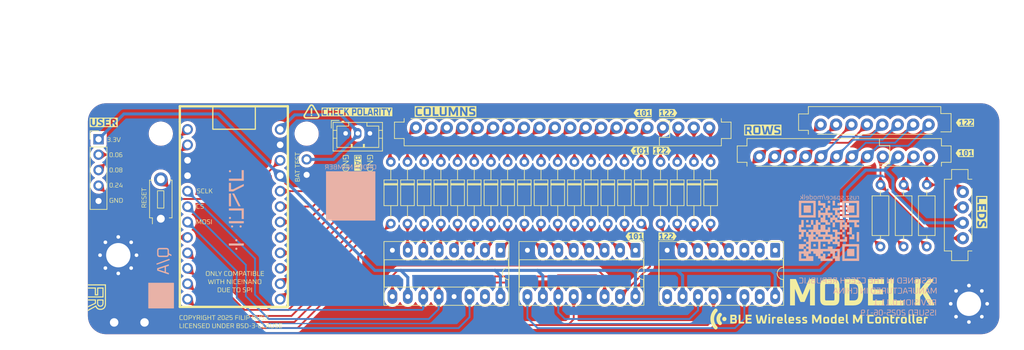
<source format=kicad_pcb>
(kicad_pcb (version 20241229) (generator "pcbnew") (generator_version "9.0")
  (title_block (title "Model K") (date "2025-06-19") (rev "0.11.1") (comment 1 "Grid: 0.5mm"))
  (layers (0 "F.Cu" signal) (2 "B.Cu" mixed) (13 "F.Paste" user) (15 "B.Paste" user) (5 "F.SilkS" user "F.Silkscreen") (7 "B.SilkS" user "B.Silkscreen") (1 "F.Mask" user) (3 "B.Mask" user) (25 "Edge.Cuts" user))
  (net 0 "")
  (net 1 "GND")
  (net 2 "/row4")
  (net 3 "/row2")
  (net 4 "/row0")
  (net 5 "/row7")
  (net 6 "/row1")
  (net 7 "/row6")
  (net 8 "/row5")
  (net 9 "/row3")
  (net 10 "led0")
  (net 11 "led1")
  (net 12 "led2")
  (net 13 "Net-(J4-Pin_12)")
  (net 14 "CS")
  (net 15 "SCLK")
  (net 16 "MOSI")
  (net 17 "Net-(U2-QH')")
  (net 18 "Net-(D17-K)")
  (net 19 "+BATT")
  (net 20 "Net-(D1-K)")
  (net 21 "Net-(D2-K)")
  (net 22 "Net-(D3-K)")
  (net 23 "Net-(D4-K)")
  (net 24 "Net-(D5-K)")
  (net 25 "Net-(D6-K)")
  (net 26 "Net-(D7-K)")
  (net 27 "Net-(D8-K)")
  (net 28 "Net-(D9-K)")
  (net 29 "Net-(D10-K)")
  (net 30 "Net-(D11-K)")
  (net 31 "Net-(D12-K)")
  (net 32 "Net-(D13-K)")
  (net 33 "Net-(D14-K)")
  (net 34 "Net-(D15-K)")
  (net 35 "Net-(D16-K)")
  (net 36 "user1")
  (net 37 "user2")
  (net 38 "user3")
  (net 39 "Net-(D18-K)")
  (net 40 "Net-(D19-K)")
  (net 41 "Net-(D20-K)")
  (net 42 "Net-(U3-QH')")
  (net 47 "Net-(U1-RST)")
  (net 48 "Net-(J4-Pin_9)")
  (net 49 "Net-(J4-Pin_11)")
  (net 50 "+3.3V")
  (net 52 "/col1")
  (net 53 "/col2")
  (net 54 "/col3")
  (net 55 "/col4")
  (net 56 "/col5")
  (net 57 "/col6")
  (net 58 "/col7")
  (net 59 "/col8")
  (net 60 "/col9")
  (net 61 "/col10")
  (net 62 "/col11")
  (net 63 "/col12")
  (net 64 "/col13")
  (net 65 "/col14")
  (net 66 "/col15")
  (net 67 "/col16")
  (net 68 "/col17")
  (net 69 "/col18")
  (net 70 "/col19")
  (net 72 "col0")
  (footprint "Library:fr" (layer "F.Cu") (at 64.445454 79.76138 -90)
    (property "Reference" "G***" (hide yes))
    (property "Value" "LOGO" (hide yes))
  )
  (footprint "Library:DO-35 smaller" (layer "F.Cu") (at 150.334583 56.642006 -90)
    (property "Reference" "D14")
    (property "Value" "D_Small")
  )
  (footprint "kibuzzard-684FF45F" (layer "F.Cu") (at 154.743004 68.890006)
    (property "Reference" "kibuzzard-684FF45F" (hide yes))
    (property "Value" "G***" (hide yes))
  )
  (footprint "Resistor_THT:R_Axial_DIN0207_L6.3mm_D2.5mm_P10.16mm_Horizontal" (layer "F.Cu") (at 202.830004 60.410006 -90)
    (property "Reference" "R3" (hide yes))
    (property "Value" "150")
  )
  (footprint "Library:DO-35 smaller" (layer "F.Cu") (at 139.345741 56.642006 -90)
    (property "Reference" "D10")
    (property "Value" "D_Small")
  )
  (footprint "kibuzzard-684FF45F" (layer "F.Cu") (at 156.070004 48.590006)
    (property "Reference" "kibuzzard-684FF45F" (hide yes))
    (property "Value" "G***" (hide yes))
  )
  (footprint "kibuzzard-684FF466" (layer "F.Cu") (at 160.270004 48.590006)
    (property "Reference" "kibuzzard-684FF466" (hide yes))
    (property "Value" "G***" (hide yes))
  )
  (footprint "kibuzzard-684FF45F" (layer "F.Cu") (at 155.570004 54.790006)
    (property "Reference" "kibuzzard-684FF45F" (hide yes))
    (property "Value" "G***" (hide yes))
  )
  (footprint "Library:BatteryHeader" (layer "F.Cu") (at 100.770004 58.765006 180)
    (property "Reference" "J8" (hide yes))
    (property "Value" "Dupont for power profiling")
  )
  (footprint "Library:ffc-leds4" (layer "F.Cu") (at 208.77 65.39 -90)
    (property "Reference" "J5")
    (property "Value" "Conn_01x04")
  )
  (footprint "Library:DO-35 smaller" (layer "F.Cu") (at 147.587372 56.642006 -90)
    (property "Reference" "D13")
    (property "Value" "D_Small")
  )
  (footprint "Library:DIP-16-74HC595" (layer "F.Cu") (at 177.885004 71.180006 -90)
    (property "Reference" "U4" (hide yes))
    (property "Value" "74HC595")
  )
  (footprint "Library:ffc-rows12" (layer "F.Cu") (at 189.240004 54.753006)
    (property "Reference" "J4" (hide yes))
    (property "Value" "Conn_01x12")
  )
  (footprint "Library:Hole 3.5mm" (layer "F.Cu") (at 76.77 51.99 90)
    (property "Reference" "H3" (hide yes))
    (property "Value" "Front" (hide yes))
  )
  (footprint "Library:DO-35 smaller" (layer "F.Cu") (at 133.85132 56.642006 -90)
    (property "Reference" "D8")
    (property "Value" "D_Small")
  )
  (footprint "Library:LOGO-wireless" (layer "F.Cu") (at 169.520004 82.490006)
    (property "Reference" "REF**" (hide yes))
    (property "Value" "LOGO-wireless" (hide yes))
  )
  (footprint "Library:DO-35 smaller" (layer "F.Cu") (at 155.829004 56.642006 -90)
    (property "Reference" "D16")
    (property "Value" "D_Small")
  )
  (footprint "Library:ffc-rows8" (layer "F.Cu") (at 194.290004 49.090006)
    (property "Reference" "J6" (hide yes))
    (property "Value" "Conn_01x08")
  )
  (footprint "MountingHole:MountingHole_4mm_Pad_Via" (layer "F.Cu") (at 209.77 79.99)
    (property "Reference" "H1" (hide yes))
    (property "Value" "Stand")
  )
  (footprint "Library:LOGO-warning" (layer "F.Cu") (at 101.570004 48.390006)
    (property "Reference" "REF**" (hide yes))
    (property "Value" "LOGO-warning" (hide yes))
  )
  (footprint "Resistor_THT:R_Axial_DIN0207_L6.3mm_D2.5mm_P10.16mm_Horizontal" (layer "F.Cu") (at 199.020004 60.410006 -90)
    (property "Reference" "R2" (hide yes))
    (property "Value" "150")
  )
  (footprint "Library:DO-35 smaller" (layer "F.Cu") (at 159.017372 56.642006 -90)
    (property "Reference" "D17")
    (property "Value" "D_Small")
  )
  (footprint "MountingHole:MountingHole_4mm_Pad_Via" (layer "F.Cu") (at 69.77 71.99)
    (property "Reference" "H2" (hide yes))
    (property "Value" "Stand")
  )
  (footprint "Library:DIP-16-74HC595" (layer "F.Cu") (at 132.660004 71.180006 -90)
    (property "Reference" "U2" (hide yes))
    (property "Value" "74HC595")
  )
  (footprint "kibuzzard-684FF45F" (layer "F.Cu") (at 209.070004 55.190006)
    (property "Reference" "kibuzzard-684FF45F" (hide yes))
    (property "Value" "G***" (hide yes))
  )
  (footprint "Library:DO-35 smaller" (layer "F.Cu") (at 136.59853 56.642006 -90)
    (property "Reference" "D9")
    (property "Value" "D_Small")
  )
  (footprint "Library:DO-35 smaller" (layer "F.Cu") (at 131.104109 56.642006 -90)
    (property "Reference" "D7")
    (property "Value" "D_Small")
  )
  (footprint "Library:DO-35 smaller" (layer "F.Cu") (at 117.368057 56.642006 -90)
    (property "Reference" "D2")
    (property "Value" "D_Small")
  )
  (footprint "Resistor_THT:R_Axial_DIN0207_L6.3mm_D2.5mm_P10.16mm_Horizontal" (layer "F.Cu") (at 195.210004 60.410006 -90)
    (property "Reference" "R1" (hide yes))
    (property "Value" "150")
  )
  (footprint "Connector_JST:JST_PH_B3B-PH-K_1x03_P2.00mm_Vertical" (layer "F.Cu") (at 107.188 51.943)
    (property "Reference" "J1" (hide yes))
    (property "Value" "JST-PH connector")
  )
  (footprint "Connector_PinHeader_2.54mm:PinHeader_1x05_P2.54mm_Vertical" (layer "F.Cu") (at 66.520004 52.910006)
    (property "Reference" "J3" (hide yes))
    (property "Value" "User exposed")
  )
  (footprint "Library:DO-35 smaller" (layer "F.Cu") (at 128.356899 56.642006 -90)
    (property "Reference" "D6")
    (property "Value" "D_Small")
  )
  (footprint "Library:DO-35 smaller" (layer "F.Cu") (at 144.840162 56.642006 -90)
    (property "Reference" "D12")
    (property "Value" "D_Small")
  )
  (footprint "Library:Hole 3.5mm" (layer "F.Cu") (at 100.77 51.99 90)
    (property "Reference" "H4" (hide yes))
    (property "Value" "Front" (hide yes))
  )
  (footprint "Button_Switch_THT:SW_PUSH_1P1T_6x3.5mm_H4.3_APEM_MJTP1243" (layer "F.Cu") (at 76.770004 65.990006 90)
    (property "Reference" "SW1" (hide yes))
    (property "Value" "SW_reset")
  )
  (footprint "Library:DO-35 smaller" (layer "F.Cu") (at 125.609688 56.642006 -90)
    (property "Reference" "D5")
    (property "Value" "D_Small")
  )
  (footprint "Library:DO-35 smaller" (layer "F.Cu") (at 122.862478 56.642006 -90)
    (property "Reference" "D4")
    (property "Value" "D_Small")
  )
  (footprint "Library:DO-35 smaller" (layer "F.Cu") (at 161.764583 56.642006 -90)
    (property "Reference" "D18")
    (property "Value" "D_Small")
  )
  (footprint "Library:DO-35 smaller" (layer "F.Cu") (at 114.620846 56.642006 -90)
    (property "Reference" "D1")
    (property "Value" "D_Small")
  )
  (footprint "Library:faston-mount" (layer "F.Cu") (at 71.588004 83.058006)
    (property "Reference" "J7")
    (property "Value" "Faston PCB mount")
  )
  (footprint "Library:DO-35 smaller" (layer "F.Cu") (at 164.511793 56.642006 -90)
    (property "Reference" "D19")
    (property "Value" "D_Small")
  )
  (footprint "Library:DO-35 smaller" (layer "F.Cu") (at 120.115267 56.642006 -90)
    (property "Reference" "D3")
    (property "Value" "D_Small")
  )
  (footprint "Library:nice_nano" (layer "F.Cu") (at 88.827191 64.76)
    (property "Reference" "U1" (hide yes))
    (property "Value" "nice_nano" (hide yes))
  )
  (footprint "Library:ffc-cols20" (layer "F.Cu") (at 137.82 50.99)
    (property "Reference" "J2")
    (property "Value" "Conn_01x20")
  )
  (footprint "kibuzzard-684FF5A3" (layer "F.Cu") (at 209.115148 50.190006)
    (property "Reference" "kibuzzard-684FF5A3" (hide yes))
    (property "Value" "G***" (hide yes))
  )
  (footprint "Library:DO-35 smaller" (layer "F.Cu") (at 142.092951 56.642006 -90)
    (property "Reference" "D11")
    (property "Value" "D_Small")
  )
  (footprint "Library:DO-35 smaller" (layer "F.Cu") (at 153.081793 56.642006 -90)
    (property "Reference" "D15")
    (property "Value" "D_Small")
  )
  (footprint "kibuzzard-684FF466" (layer "F.Cu") (at 160.170004 68.890006)
    (property "Reference" "kibuzzard-684FF466" (hide yes))
    (property "Value" "G***" (hide yes))
  )
  (footprint "kibuzzard-684FF466" (layer "F.Cu") (at 159.270004 54.790006)
    (property "Reference" "kibuzzard-684FF466" (hide yes))
    (property "Value" "G***" (hide yes))
  )
  (footprint "Library:DO-35 smaller" (layer "F.Cu") (at 167.259004 56.645923 -90)
    (property "Reference" "D20")
    (property "Value" "D_Small")
  )
  (footprint "Library:DIP-16-74HC595" (layer "F.Cu") (at 154.885004 71.180006 -90)
    (property "Reference" "U3" (hide yes))
    (property "Value" "74HC595")
  )
  (footprint "Library:LOGO-QR" (layer "B.Cu") (at 186.520004 67.990006 180)
    (property "Reference" "G***" (hide yes))
    (property "Value" "LOGO" (hide yes))
  )
  (gr_rect (start 104.020004 58.240006) (end 112.020004 66.240006) (stroke (width 0.12)) (fill yes) (layer "B.SilkS"))
  (gr_rect (start 74.770004 76.590006) (end 78.870004 80.690006) (stroke (width 0.12)) (fill yes) (layer "B.SilkS"))
  (gr_line (start 64.77 81.99) (end 64.77 49.99) (stroke (width 0.001)) (layer "Edge.Cuts"))
  (gr_line (start 211.77 84.99) (end 67.77 84.99) (stroke (width 0.001)) (layer "Edge.Cuts"))
  (gr_line (start 67.77 46.99) (end 211.77 46.99) (stroke (width 0.001)) (layer "Edge.Cuts"))
  (gr_arc (start 211.77 46.99) (mid 213.89132 47.86868) (end 214.77 49.99) (stroke (width 0.001)) (layer "Edge.Cuts"))
  (gr_line (start 214.77 49.99) (end 214.77 81.99) (stroke (width 0.001)) (layer "Edge.Cuts"))
  (gr_arc (start 67.77 84.99) (mid 65.64868 84.11132) (end 64.77 81.99) (stroke (width 0.001)) (layer "Edge.Cuts"))
  (gr_arc (start 214.77 81.99) (mid 213.89132 84.11132) (end 211.77 84.99) (stroke (width 0.001)) (layer "Edge.Cuts"))
  (gr_arc (start 64.77 49.99) (mid 65.64868 47.86868) (end 67.77 46.99) (stroke (width 0.001)) (layer "Edge.Cuts"))
  (gr_text "ROWS" (at 172.770004 51.490006 0) (layer "F.SilkS" knockout) (effects (font (size 1.5 1.5) (thickness 0.3) (bold yes)) (justify left)))
  (gr_text "COLUMNS" (at 118.57 48.447335 0) (layer "F.SilkS" knockout) (effects (font (size 1.5 1.5) (thickness 0.3) (bold yes)) (justify left)))
  (gr_text "GND" (at 68.270004 63.490006 0) (layer "F.SilkS") (effects (font (size 0.8 0.8)) (justify left bottom)))
  (gr_text "0.24" (at 68.270004 60.990006 0) (layer "F.SilkS") (effects (font (size 0.8 0.8)) (justify left bottom)))
  (gr_text "GND" (at 110.561121 55.386173 270) (layer "F.SilkS") (effects (font (size 1 1)) (justify left bottom)))
  (gr_text "CHECK POLARITY" (at 109.020004 48.490006 0) (layer "F.SilkS" knockout) (effects (font (size 1.2 1) (thickness 0.2) (bold yes))))
  (gr_text "USER" (at 65.088715 50.224033 0) (layer "F.SilkS" knockout) (effects (font (size 1.25 1.25) (thickness 0.3) (bold yes)) (justify left)))
  (gr_text "MOSI" (at 82.55 66.548 0) (layer "F.SilkS") (effects (font (size 0.8 0.8) (thickness 0.16)) (justify left)))
  (gr_text "RESET" (at 74.520004 64.240006 90) (layer "F.SilkS") (effects (font (size 0.8 0.8)) (justify left bottom)))
  (gr_text "SCLK" (at 82.677 61.468 0) (layer "F.SilkS") (effects (font (size 0.8 0.8) (thickness 0.16)) (justify left)))
  (gr_text "0.08" (at 68.270004 58.490006 0) (layer "F.SilkS") (effects (font (size 0.8 0.8)) (justify left bottom)))
  (gr_text "MODEL K" (at 179.870004 78.390006 0) (layer "F.SilkS") (effects (font (size 4.5 4) (thickness 0.4) (bold yes)) (justify left)))
  (gr_text "BAT" (at 108.538055 55.490006 270) (layer "F.SilkS" knockout) (effects (font (size 1 1)) (justify left bottom)))
  (gr_text "CS" (at 82.55 64.008 0) (layer "F.SilkS") (effects (font (size 0.8 0.8) (thickness 0.16)) (justify left)))
  (gr_text "COPYRIGHT 2025 FILIP RUSZ\nLICENSED UNDER BSD-3-CLAUSE" (at 79.770004 82.990006 0) (layer "F.SilkS") (effects (font (size 0.8 0.8)) (justify left)))
  (gr_text "BLE Wireless Model M Controller" (at 170.320004 82.615006 0) (layer "F.SilkS") (effects (font (size 1.5 1.5) (thickness 0.2) (bold yes)) (justify left)))
  (gr_text "ONLY COMPATIBLE\nWITH NICE!NANO\nDUE TO SPI" (at 88.9508 76.4032 0) (layer "F.SilkS") (effects (font (size 0.8 0.8) (thickness 0.1))))
  (gr_text "3.3V" (at 67.900004 53.490006 0) (layer "F.SilkS") (effects (font (size 0.8 0.8)) (justify left bottom)))
  (gr_text "0.06" (at 68.270004 55.990006 0) (layer "F.SilkS") (effects (font (size 0.8 0.8)) (justify left bottom)))
  (gr_text "LEDS" (at 211.770004 62.240006 270) (layer "F.SilkS" knockout) (effects (font (size 1.5 1.5) (thickness 0.3) (bold yes)) (justify left)))
  (gr_text "BAT TEST" (at 99.770004 57.490006 90) (layer "F.SilkS") (effects (font (size 0.8 0.8) (thickness 0.1)) (justify bottom)))
  (gr_text "GND" (at 106.555181 55.386173 270) (layer "F.SilkS") (effects (font (size 1 1)) (justify left bottom)))
  (gr_text "Model   K" (at 90.77 57.99 90) (layer "B.SilkS") (effects (font (size 2 2) (thickness 0.3) (bold yes)) (justify left bottom mirror)))
  (gr_text "rusz.space/modelk" (at 186.840554 62.490006 0) (layer "B.SilkS") (effects (font (size 0.8 0.8)) (justify mirror)))
  (gr_text "Q/A" (at 77.270004 72.890006 90) (layer "B.SilkS") (effects (font (size 2 2) (thickness 0.3)) (justify mirror)))
  (gr_text "REVISION ${REVISION}\nISSUED ${ISSUE_DATE}" (at 204.470004 82.090006 0) (layer "B.SilkS") (effects (font (size 1 1)) (justify left bottom mirror)))
  (gr_text "ORDER NUMBER" (at 108.020004 57.990006 0) (layer "B.SilkS") (effects (font (size 0.8 0.8) (thickness 0.1)) (justify bottom mirror)))
  (gr_text "DESIGNED IN THE CZECH REPUBLIC\nMANUFACTURED IN CHINA" (at 204.570004 78.490006 0) (layer "B.SilkS") (effects (font (size 1 1)) (justify left bottom mirror)))
  (segment (start 180.113004 61.070006) (end 185.430004 55.753006) (width 0.3) (layer "F.Cu") (net 2))
  (segment (start 109.190004 61.070006) (end 180.113004 61.070006) (width 0.3) (layer "F.Cu") (net 2))
  (segment (start 98.65001 71.61) (end 109.190004 61.070006) (width 0.3) (layer "F.Cu") (net 2))
  (segment (start 96.41 71.61) (end 98.65001 71.61) (width 0.3) (layer "F.Cu") (net 2))
  (segment (start 188.693004 52.490006) (end 193.530004 52.490006) (width 0.3) (layer "B.Cu") (net 2))
  (segment (start 193.530004 52.490006) (end 195.530004 50.490006) (width 0.3) (layer "B.Cu") (net 2))
  (segment (start 185.430004 55.753006) (end 188.693004 52.490006) (width 0.3) (layer "B.Cu") (net 2))
  (segment (start 180.350004 55.753006) (end 183.113004 52.990006) (width 0.3) (layer "F.Cu") (net 3))
  (segment (start 180.350004 55.891006) (end 180.350004 55.753006) (width 0.3) (layer "F.Cu") (net 3))
  (segment (start 107.630004 59.630006) (end 176.473004 59.630006) (width 0.3) (layer "F.Cu") (net 3))
  (segment (start 96.41 66.53) (end 100.73001 66.53) (width 0.3) (layer "F.Cu") (net 3))
  (segment (start 187.950004 52.990006) (end 190.450004 50.490006) (width 0.3) (layer "F.Cu") (net 3))
  (segment (start 100.73001 66.53) (end 107.630004 59.630006) (width 0.3) (layer "F.Cu") (net 3))
  (segment (start 176.473004 59.630006) (end 180.350004 55.753006) (width 0.3) (layer "F.Cu") (net 3))
  (segment (start 183.113004 52.990006) (end 187.950004 52.990006) (width 0.3) (layer "F.Cu") (net 3))
  (segment (start 102.81001 61.45) (end 106.070004 58.190006) (width 0.3) (layer "F.Cu") (net 4))
  (segment (start 175.270004 55.753006) (end 179.033004 51.990006) (width 0.3) (layer "F.Cu") (net 4))
  (segment (start 96.41 61.45) (end 102.81001 61.45) (width 0.3) (layer "F.Cu") (net 4))
  (segment (start 106.070004 58.190006) (end 172.833004 58.190006) (width 0.3) (layer "F.Cu") (net 4))
  (segment (start 179.033004 51.990006) (end 183.870004 51.990006) (width 0.3) (layer "F.Cu") (net 4))
  (segment (start 172.833004 58.190006) (end 175.270004 55.753006) (width 0.3) (layer "F.Cu") (net 4))
  (segment (start 183.870004 51.990006) (end 185.370004 50.490006) (width 0.3) (layer "F.Cu") (net 4))
  (segment (start 111.469999 63.230006) (end 185.573004 63.230006) (width 0.3) (layer "F.Cu") (net 5))
  (segment (start 96.41 79.23) (end 103.270004 72.369996) (width 0.3) (layer "F.Cu") (net 5))
  (segment (start 185.573004 63.230006) (end 192.750244 56.052766) (width 0.3) (layer "F.Cu") (net 5))
  (segment (start 103.270004 71.430001) (end 111.469999 63.230006) (width 0.3) (layer "F.Cu") (net 5))
  (segment (start 103.270004 72.369996) (end 103.270004 71.430001) (width 0.3) (layer "F.Cu") (net 5))
  (segment (start 203.150004 50.610006) (end 203.150004 50.490006) (width 0.3) (layer "B.Cu") (net 5))
  (segment (start 199.770004 53.990006) (end 203.150004 50.610006) (width 0.3) (layer "B.Cu") (net 5))
  (segment (start 193.050004 55.753006) (end 194.813004 53.990006) (width 0.3) (layer "B.Cu") (net 5))
  (segment (start 194.813004 53.990006) (end 199.770004 53.990006) (width 0.3) (layer "B.Cu") (net 5))
  (segment (start 181.073004 52.490006) (end 185.910004 52.490006) (width 0.3) (layer "F.Cu") (net 6))
  (segment (start 174.653004 58.910006) (end 177.810004 55.753006) (width 0.3) (layer "F.Cu") (net 6))
  (segment (start 106.850004 58.910006) (end 174.653004 58.910006) (width 0.3) (layer "F.Cu") (net 6))
  (segment (start 96.41 63.99) (end 101.77001 63.99) (width 0.3) (layer "F.Cu") (net 6))
  (segment (start 177.810004 55.753006) (end 181.073004 52.490006) (width 0.3) (layer "F.Cu") (net 6))
  (segment (start 101.77001 63.99) (end 106.850004 58.910006) (width 0.3) (layer "F.Cu") (net 6))
  (segment (start 185.910004 52.490006) (end 187.910004 50.490006) (width 0.3) (layer "F.Cu") (net 6))
  (segment (start 110.750004 62.510006) (end 183.753004 62.510006) (width 0.3) (layer "F.Cu") (net 7))
  (segment (start 96.57001 76.69) (end 110.750004 62.510006) (width 0.3) (layer "F.Cu") (net 7))
  (segment (start 96.41 76.69) (end 96.57001 76.69) (width 0.3) (layer "F.Cu") (net 7))
  (segment (start 183.753004 62.510006) (end 190.510004 55.753006) (width 0.3) (layer "F.Cu") (net 7))
  (segment (start 190.510004 55.753006) (end 192.773004 53.490006) (width 0.3) (layer "B.Cu") (net 7))
  (segment (start 192.773004 53.490006) (end 197.610004 53.490006) (width 0.3) (layer "B.Cu") (net 7))
  (segment (start 197.610004 53.490006) (end 200.610004 50.490006) (width 0.3) (layer "B.Cu") (net 7))
  (segment (start 109.970004 61.790006) (end 181.933004 61.790006) (width 0.3) (layer "F.Cu") (net 8))
  (segment (start 96.41 74.15) (end 97.61001 74.15) (width 0.3) (layer "F.Cu") (net 8))
  (segment (start 97.61001 74.15) (end 109.970004 61.790006) (width 0.3) (layer "F.Cu") (net 8))
  (segment (start 181.933004 61.790006) (end 187.970004 55.753006) (width 0.3) (layer "F.Cu") (net 8))
  (segment (start 195.570004 52.990006) (end 198.070004 50.490006) (width 0.3) (layer "B.Cu") (net 8))
  (segment (start 190.733004 52.990006) (end 195.570004 52.990006) (width 0.3) (layer "B.Cu") (net 8))
  (segment (start 187.970004 55.753006) (end 190.733004 52.990006) (width 0.3) (layer "B.Cu") (net 8))
  (segment (start 99.69001 69.07) (end 108.410004 60.350006) (width 0.3) (layer "F.Cu") (net 9))
  (segment (start 178.293004 60.350006) (end 182.890004 55.753006) (width 0.3) (layer "F.Cu") (net 9))
  (segment (start 185.152004 53.491006) (end 189.989004 53.491006) (width 0.3) (layer "F.Cu") (net 9))
  (segment (start 189.989004 53.491006) (end 192.990004 50.490006) (width 0.3) (layer "F.Cu") (net 9))
  (segment (start 182.890004 55.753006) (end 185.152004 53.491006) (width 0.3) (layer "F.Cu") (net 9))
  (segment (start 96.41 69.07) (end 99.69001 69.07) (width 0.3) (layer "F.Cu") (net 9))
  (segment (start 108.410004 60.350006) (end 178.293004 60.350006) (width 0.3) (layer "F.Cu") (net 9))
  (segment (start 190.030004 65.390006) (end 195.210004 70.570006) (width 0.3) (layer "F.Cu") (net 10))
  (segment (start 113.870004 65.390006) (end 190.030004 65.390006) (width 0.3) (layer "F.Cu") (net 10))
  (segment (start 87.470006 82.990006) (end 98.770004 82.990006) (width 0.3) (layer "F.Cu") (net 10))
  (segment (start 81.17 76.69) (end 87.470006 82.990006) (width 0.3) (layer "F.Cu") (net 10))
  (segment (start 107.770004 73.990006) (end 107.770004 71.490006) (width 0.3) (layer "F.Cu") (net 10))
  (segment (start 98.770004 82.990006) (end 107.770004 73.990006) (width 0.3) (layer "F.Cu") (net 10))
  (segment (start 107.770004 71.490006) (end 113.870004 65.390006) (width 0.3) (layer "F.Cu") (net 10))
  (segment (start 81.17 74.15) (end 89.010006 81.990006) (width 0.3) (layer "F.Cu") (net 11))
  (segment (start 89.010006 81.990006) (end 98.270004 81.990006) (width 0.3) (layer "F.Cu") (net 11))
  (segment (start 98.270004 81.990006) (end 106.270004 73.990006) (width 0.3) (layer "F.Cu") (net 11))
  (segment (start 193.120004 64.670006) (end 199.020004 70.570006) (width 0.3) (layer "F.Cu") (net 11))
  (segment (start 106.270004 73.990006) (end 106.270004 71.490006) (width 0.3) (layer "F.Cu") (net 11))
  (segment (start 106.270004 71.490006) (end 113.090004 64.670006) (width 0.3) (layer "F.Cu") (net 11))
  (segment (start 113.090004 64.670006) (end 193.120004 64.670006) (width 0.3) (layer "F.Cu") (net 11))
  (segment (start 97.770004 80.990006) (end 104.770004 73.990006) (width 0.3) (layer "F.Cu") (net 12))
  (segment (start 104.770004 73.990006) (end 104.770004 71.615006) (width 0.3) (layer "F.Cu") (net 12))
  (segment (start 196.210004 63.950006) (end 202.830004 70.570006) (width 0.3) (layer "F.Cu") (net 12))
  (segment (start 81.17 71.61) (end 90.550006 80.990006) (width 0.3) (layer "F.Cu") (net 12))
  (segment (start 90.550006 80.990006) (end 97.770004 80.990006) (width 0.3) (layer "F.Cu") (net 12))
  (segment (start 104.770004 71.615006) (end 112.435004 63.950006) (width 0.3) (layer "F.Cu") (net 12))
  (segment (start 112.435004 63.950006) (end 196.210004 63.950006) (width 0.3) (layer "F.Cu") (net 12))
  (segment (start 202.830004 60.410006) (end 207.600006 60.410006) (width 0.3) (layer "F.Cu") (net 13))
  (segment (start 208.373994 61.976006) (end 208.77 61.58) (width 0.3) (layer "F.Cu") (net 13))
  (segment (start 207.600006 60.410006) (end 208.77 61.58) (width 0.3) (layer "F.Cu") (net 13))
  (segment (start 202.830004 60.410006) (end 202.830004 56.133006) (width 0.3) (layer "F.Cu") (net 13))
  (segment (start 202.830004 56.133006) (end 203.210004 55.753006) (width 0.3) (layer "F.Cu") (net 13))
  (segment (start 135.770004 83.490006) (end 166.770004 83.490006) (width 0.3) (layer "F.Cu") (net 14))
  (segment (start 167.725004 82.535006) (end 167.725004 78.800006) (width 0.3) (layer "F.Cu") (net 14))
  (segment (start 134.770004 82.490006) (end 135.770004 83.490006) (width 0.3) (layer "F.Cu") (net 14))
  (segment (start 134.770004 77.490006) (end 134.770004 82.490006) (width 0.3) (layer "F.Cu") (net 14))
  (segment (start 133.770004 76.490006) (end 134.770004 77.490006) (width 0.3) (layer "F.Cu") (net 14))
  (segment (start 144.725004 82.535006) (end 144.725004 78.800006) (width 0.3) (layer "F.Cu") (net 14))
  (segment (start 122.500004 77.060006) (end 123.070004 76.490006) (width 0.3) (layer "F.Cu") (net 14))
  (segment (start 166.770004 83.490006) (end 167.725004 82.535006) (width 0.3) (layer "F.Cu") (net 14))
  (segment (start 123.070004 76.490006) (end 133.770004 76.490006) (width 0.3) (layer "F.Cu") (net 14))
  (segment (start 122.500004 78.800006) (end 122.500004 77.060006) (width 0.3) (layer "F.Cu") (net 14))
  (segment (start 143.770004 83.490006) (end 144.725004 82.535006) (width 0.3) (layer "F.Cu") (net 14))
  (segment (start 94.535504 82.490006) (end 90.770004 78.724506) (width 0.3) (layer "B.Cu") (net 14))
  (segment (start 122.500004 79.050006) (end 122.500004 80.865006) (width 0.3) (layer "B.Cu") (net 14))
  (segment (start 122.500004 80.865006) (end 120.875004 82.490006) (width 0.3) (layer "B.Cu") (net 14))
  (segment (start 90.770004 78.724506) (end 90.770004 73.590004) (width 0.3) (layer "B.Cu") (net 14))
  (segment (start 90.770004 73.590004) (end 81.17 63.99) (width 0.3) (layer "B.Cu") (net 14))
  (segment (start 120.875004 82.490006) (end 94.535504 82.490006) (width 0.3) (layer "B.Cu") (net 14))
  (segment (start 119.960004 76.300006) (end 120.770004 75.490006) (width 0.3) (layer "F.Cu") (net 15))
  (segment (start 142.185004 76.405006) (end 142.185004 78.197834) (width 0.3) (layer "F.Cu") (net 15))
  (segment (start 120.770004 75.490006) (end 141.270004 75.490006) (width 0.3) (layer "F.Cu") (net 15))
  (segment (start 119.960004 78.197834) (end 119.960004 76.300006) (width 0.3) (layer "F.Cu") (net 15))
  (segment (start 141.270004 75.490006) (end 142.185004 76.405006) (width 0.3) (layer "F.Cu") (net 15))
  (segment (start 142.185004 81.405006) (end 143.270004 82.490006) (width 0.3) (layer "B.Cu") (net 15))
  (segment (start 94.770004 80.990006) (end 119.770004 80.990006) (width 0.3) (layer "B.Cu") (net 15))
  (segment (start 142.185004 78.800006) (end 142.185004 81.405006) (width 0.3) (layer "B.Cu") (net 15))
  (segment (start 165.185004 81.075006) (end 165.185004 78.800006) (width 0.3) (layer "B.Cu") (net 15))
  (segment (start 143.270004 82.490006) (end 163.770004 82.490006) (width 0.3) (layer "B.Cu") (net 15))
  (segment (start 92.270004 78.490006) (end 94.770004 80.990006) (width 0.3) (layer "B.Cu") (net 15))
  (segment (start 81.17 61.45) (end 92.270004 72.550004) (width 0.3) (layer "B.Cu") (net 15))
  (segment (start 163.770004 82.490006) (end 165.185004 81.075006) (width 0.3) (layer "B.Cu") (net 15))
  (segment (start 119.960004 80.800006) (end 119.960004 78.867834) (width 0.3) (layer "B.Cu") (net 15))
  (segment (start 119.770004 80.990006) (end 119.960004 80.800006) (width 0.3) (layer "B.Cu") (net 15))
  (segment (start 92.270004 72.550004) (end 92.270004 78.490006) (width 0.3) (layer "B.Cu") (net 15))
  (segment (start 89.270004 78.990006) (end 94.270004 83.990006) (width 0.3) (layer "B.Cu") (net 16))
  (segment (start 89.270004 74.630004) (end 89.270004 78.990006) (width 0.3) (layer "B.Cu") (net 16))
  (segment (start 81.17 66.53) (end 89.270004 74.630004) (width 0.3) (layer "B.Cu") (net 16))
  (segment (start 127.580004 82.192506) (end 127.580004 78.920006) (width 0.3) (layer "B.Cu") (net 16))
  (segment (start 94.270004 83.990006) (end 125.782504 83.990006) (width 0.3) (layer "B.Cu") (net 16))
  (segment (start 125.782504 83.990006) (end 127.580004 82.192506) (width 0.3) (layer "B.Cu") (net 16))
  (segment (start 115.770004 74.490006) (end 148.770004 74.490006) (width 0.3) (layer "F.Cu") (net 17))
  (segment (start 114.880004 78.800006) (end 114.880004 75.380006) (width 0.3) (layer "F.Cu") (net 17))
  (segment (start 149.805004 75.525006) (end 149.805004 78.800006) (width 0.3) (layer "F.Cu") (net 17))
  (segment (start 148.770004 74.490006) (end 149.805004 75.525006) (width 0.3) (layer "F.Cu") (net 17))
  (segment (start 114.880004 75.380006) (end 115.770004 74.490006) (width 0.3) (layer "F.Cu") (net 17))
  (segment (start 159.017372 51.382628) (end 159.41 50.99) (width 0.3) (layer "F.Cu") (net 18))
  (segment (start 159.017372 56.642006) (end 159.017372 51.382628) (width 0.3) (layer "F.Cu") (net 18))
  (segment (start 109.188 52.218) (end 105.180994 56.225006) (width 0.5) (layer "B.Cu") (net 19))
  (segment (start 109.188 51.943) (end 109.188 52.218) (width 0.5) (layer "B.Cu") (net 19))
  (segment (start 98.804994 48.895006) (end 96.41 51.29) (width 0.5) (layer "B.Cu") (net 19))
  (segment (start 109.188 51.668) (end 106.415006 48.895006) (width 0.5) (layer "B.Cu") (net 19))
  (segment (start 109.188 51.943) (end 109.188 51.668) (width 0.5) (layer "B.Cu") (net 19))
  (segment (start 106.415006 48.895006) (end 98.804994 48.895006) (width 0.5) (layer "B.Cu") (net 19))
  (segment (start 100.770004 56.225006) (end 105.180994 56.225006) (width 0.5) (layer "B.Cu") (net 19))
  (segment (start 114.620846 56.642006) (end 114.620846 55.139154) (width 0.3) (layer "F.Cu") (net 20))
  (segment (start 114.620846 55.139154) (end 118.77 50.99) (width 0.3) (layer "F.Cu") (net 20))
  (segment (start 117.368057 56.642006) (end 117.368057 54.931943) (width 0.3) (layer "F.Cu") (net 21))
  (segment (start 117.368057 54.931943) (end 121.31 50.99) (width 0.3) (layer "F.Cu") (net 21))
  (segment (start 120.115267 54.724733) (end 123.85 50.99) (width 0.3) (layer "F.Cu") (net 22))
  (segment (start 120.115267 56.642006) (end 120.115267 54.724733) (width 0.3) (layer "F.Cu") (net 22))
  (segment (start 122.862478 54.517522) (end 126.39 50.99) (width 0.3) (layer "F.Cu") (net 23))
  (segment (start 122.862478 56.642006) (end 122.862478 54.517522) (width 0.3) (layer "F.Cu") (net 23))
  (segment (start 125.609688 56.642006) (end 125.609688 54.310312) (width 0.3) (layer "F.Cu") (net 24))
  (segment (start 125.609688 54.310312) (end 128.93 50.99) (width 0.3) (layer "F.Cu") (net 24))
  (segment (start 128.356899 54.103101) (end 131.47 50.99) (width 0.3) (layer "F.Cu") (net 25))
  (segment (start 128.356899 56.642006) (end 128.356899 54.103101) (width 0.3) (layer "F.Cu") (net 25))
  (segment (start 131.104109 56.642006) (end 131.104109 53.895891) (width 0.3) (layer "F.Cu") (net 26))
  (segment (start 131.104109 53.895891) (end 134.01 50.99) (width 0.3) (layer "F.Cu") (net 26))
  (segment (start 133.85132 56.642006) (end 133.85132 53.68868) (width 0.3) (layer "F.Cu") (net 27))
  (segment (start 133.85132 53.68868) (end 136.55 50.99) (width 0.3) (layer "F.Cu") (net 27))
  (segment (start 136.59853 53.48147) (end 139.09 50.99) (width 0.3) (layer "F.Cu") (net 28))
  (segment (start 136.59853 56.642006) (end 136.59853 53.48147) (width 0.3) (layer "F.Cu") (net 28))
  (segment (start 139.345741 56.642006) (end 139.345741 53.274259) (width 0.3) (layer "F.Cu") (net 29))
  (segment (start 139.345741 53.274259) (end 141.63 50.99) (width 0.3) (layer "F.Cu") (net 29))
  (segment (start 142.092951 56.642006) (end 142.092951 53.067049) (width 0.3) (layer "F.Cu") (net 30))
  (segment (start 142.092951 53.067049) (end 144.17 50.99) (width 0.3) (layer "F.Cu") (net 30))
  (segment (start 144.840162 52.859838) (end 146.71 50.99) (width 0.3) (layer "F.Cu") (net 31))
  (segment (start 144.840162 56.642006) (end 144.840162 52.859838) (width 0.3) (layer "F.Cu") (net 31))
  (segment (start 147.587372 52.652628) (end 149.25 50.99) (width 0.3) (layer "F.Cu") (net 32))
  (segment (start 147.587372 56.642006) (end 147.587372 52.652628) (width 0.3) (layer "F.Cu") (net 32))
  (segment (start 150.334583 56.642006) (end 150.334583 52.445417) (width 0.3) (layer "F.Cu") (net 33))
  (segment (start 150.334583 52.445417) (end 151.79 50.99) (width 0.3) (layer "F.Cu") (net 33))
  (segment (start 153.081793 52.238207) (end 154.33 50.99) (width 0.3) (layer "F.Cu") (net 34))
  (segment (start 153.081793 56.642006) (end 153.081793 52.238207) (width 0.3) (layer "F.Cu") (net 34))
  (segment (start 155.829004 52.030996) (end 156.87 50.99) (width 0.3) (layer "F.Cu") (net 35))
  (segment (start 155.829004 56.642006) (end 155.829004 52.030996) (width 0.3) (layer "F.Cu") (net 35))
  (segment (start 77.469994 54.990006) (end 81.17 51.29) (width 0.3) (layer "F.Cu") (net 36))
  (segment (start 66.755004 55.450006) (end 68.310004 55.450006) (width 0.3) (layer "F.Cu") (net 36))
  (segment (start 68.770004 54.990006) (end 77.469994 54.990006) (width 0.3) (layer "F.Cu") (net 36))
  (segment (start 68.310004 55.450006) (end 68.770004 54.990006) (width 0.3) (layer "F.Cu") (net 36))
  (segment (start 81.17 53.83) (end 79.509994 55.490006) (width 0.3) (layer "F.Cu") (net 37))
  (segment (start 79.509994 55.490006) (end 69.020004 55.490006) (width 0.3) (layer "F.Cu") (net 37))
  (segment (start 69.020004 55.490006) (end 66.520004 57.990006) (width 0.3) (layer "F.Cu") (net 37))
  (segment (start 75.059998 69.07) (end 81.17 69.07) (width 0.3) (layer "F.Cu") (net 38))
  (segment (start 66.520004 60.530006) (end 75.059998 69.07) (width 0.3) (layer "F.Cu") (net 38))
  (segment (start 161.764583 56.642006) (end 161.764583 51.175417) (width 0.3) (layer "F.Cu") (net 39))
  (segment (start 161.764583 51.175417) (end 161.95 50.99) (width 0.3) (layer "F.Cu") (net 39))
  (segment (start 164.511793 51.011793) (end 164.49 50.99) (width 0.3) (layer "F.Cu") (net 40))
  (segment (start 164.511793 56.642006) (end 164.511793 51.011793) (width 0.3) (layer "F.Cu") (net 40))
  (segment (start 167.259004 56.645923) (end 167.259004 51.219004) (width 0.3) (layer "F.Cu") (net 41))
  (segment (start 167.259004 51.219004) (end 167.03 50.99) (width 0.3) (layer "F.Cu") (net 41))
  (segment (start 172.805004 82.455006) (end 172.805004 78.800006) (width 0.3) (layer "B.Cu") (net 42))
  (segment (start 138.770004 83.990006) (end 171.270004 83.990006) (width 0.3) (layer "B.Cu") (net 42))
  (segment (start 171.270004 83.990006) (end 172.805004 82.455006) (width 0.3) (layer "B.Cu") (net 42))
  (segment (start 137.105004 78.800006) (end 137.105004 82.325006) (width 0.3) (layer "B.Cu") (net 42))
  (segment (start 137.105004 82.325006) (end 138.770004 83.990006) (width 0.3) (layer "B.Cu") (net 42))
  (segment (start 76.770004 59.490006) (end 80.020004 62.740006) (width 0.3) (layer "F.Cu") (net 47))
  (segment (start 80.020004 62.740006) (end 90.039994 62.740006) (width 0.3) (layer "F.Cu") (net 47))
  (segment (start 90.039994 62.740006) (end 96.41 56.37) (width 0.3) (layer "F.Cu") (net 47))
  (segment (start 195.210004 60.410006) (end 195.210004 56.133006) (width 0.3) (layer "F.Cu") (net 48))
  (segment (start 203.999998 69.2) (end 208.77 69.2) (width 0.3) (layer "F.Cu") (net 48))
  (segment (start 195.210004 60.410006) (end 203.999998 69.2) (width 0.3) (layer "F.Cu") (net 48))
  (segment (start 195.210004 56.133006) (end 195.590004 55.753006) (width 0.3) (layer "F.Cu") (net 48))
  (segment (start 199.020004 60.410006) (end 202.729998 64.12) (width 0.3) (layer "F.Cu") (net 49))
  (segment (start 199.020004 60.410006) (end 199.020004 57.403006) (width 0.3) (layer "F.Cu") (net 49))
  (segment (start 199.020004 57.403006) (end 200.670004 55.753006) (width 0.3) (layer "F.Cu") (net 49))
  (segment (start 202.729998 64.12) (end 208.77 64.12) (width 0.3) (layer "F.Cu") (net 49))
  (segment (start 189.270004 61.490006) (end 192.770004 57.990006) (width 0.5) (layer "B.Cu") (net 50))
  (segment (start 177.885004 78.800006) (end 177.885004 75.105006) (width 0.5) (layer "B.Cu") (net 50))
  (segment (start 117.420004 75.640006) (end 116.270004 74.490006) (width 0.5) (layer "B.Cu") (net 50))
  (segment (start 131.770004 74.490006) (end 138.770004 74.490006) (width 0.5) (layer "B.Cu") (net 50))
  (segment (start 185.270004 74.490006) (end 189.270004 70.490006) (width 0.5) (layer "B.Cu") (net 50))
  (segment (start 162.645004 75.365006) (end 161.770004 74.490006) (width 0.5) (layer "B.Cu") (net 50))
  (segment (start 197.270004 61.490006) (end 202.439998 66.66) (width 0.5) (layer "B.Cu") (net 50))
  (segment (start 111.990006 74.490006) (end 116.270004 74.490006) (width 0.5) (layer "B.Cu") (net 50))
  (segment (start 162.645004 78.800006) (end 162.645004 75.365006) (width 0.5) (layer "B.Cu") (net 50))
  (segment (start 154.885004 75.105006) (end 154.270004 74.490006) (width 0.5) (layer "B.Cu") (net 50))
  (segment (start 116.270004 74.490006) (end 131.770004 74.490006) (width 0.5) (layer "B.Cu") (net 50))
  (segment (start 154.270004 74.490006) (end 161.770004 74.490006) (width 0.5) (layer "B.Cu") (net 50))
  (segment (start 161.770004 74.490006) (end 177.270004 74.490006) (width 0.5) (layer "B.Cu") (net 50))
  (segment (start 132.660004 75.380006) (end 131.770004 74.490006) (width 0.5) (layer "B.Cu") (net 50))
  (segment (start 139.645004 75.365006) (end 138.770004 74.490006) (width 0.5) (layer "B.Cu") (net 50))
  (segment (start 192.770004 57.990006) (end 195.893004 57.990006) (width 0.5) (layer "B.Cu") (net 50))
  (segment (start 96.41 58.91) (end 111.990006 74.490006) (width 0.5) (layer "B.Cu") (net 50))
  (segment (start 86.240006 48.740006) (end 96.41 58.91) (width 0.5) (layer "B.Cu") (net 50))
  (segment (start 195.893004 57.990006) (end 198.130004 55.753006) (width 0.5) (layer "B.Cu") (net 50))
  (segment (start 138.770004 74.490006) (end 154.270004 74.490006) (width 0.5) (layer "B.Cu") (net 50))
  (segment (start 195.893004 57.990006) (end 197.270004 59.367006) (width 0.5) (layer "B.Cu") (net 50))
  (segment (start 177.885004 75.105006) (end 177.270004 74.490006) (width 0.5) (layer "B.Cu") (net 50))
  (segment (start 132.660004 78.800006) (end 132.660004 75.380006) (width 0.5) (layer "B.Cu") (net 50))
  (segment (start 66.675004 52.755006) (end 70.690004 48.740006) (width 0.5) (layer "B.Cu") (net 50))
  (segment (start 197.270004 59.367006) (end 197.270004 61.490006) (width 0.5) (layer "B.Cu") (net 50))
  (segment (start 117.420004 78.800006) (end 117.420004 75.640006) (width 0.5) (layer "B.Cu") (net 50))
  (segment (start 154.885004 78.800006) (end 154.885004 75.105006) (width 0.5) (layer "B.Cu") (net 50))
  (segment (start 139.645004 78.800006) (end 139.645004 75.365006) (width 0.5) (layer "B.Cu") (net 50))
  (segment (start 189.270004 70.490006) (end 189.270004 61.490006) (width 0.5) (layer "B.Cu") (net 50))
  (segment (start 70.690004 48.740006) (end 86.240006 48.740006) (width 0.5) (layer "B.Cu") (net 50))
  (segment (start 177.270004 74.490006) (end 185.270004 74.490006) (width 0.5) (layer "B.Cu") (net 50))
  (segment (start 202.439998 66.66) (end 208.77 66.66) (width 0.5) (layer "B.Cu") (net 50))
  (segment (start 117.368057 71.128059) (end 117.420004 71.180006) (width 0.3) (layer "F.Cu") (net 52))
  (segment (start 117.368057 66.802006) (end 117.368057 71.128059) (width 0.3) (layer "F.Cu") (net 52))
  (segment (start 120.115267 71.024743) (end 119.960004 71.180006) (width 0.3) (layer "F.Cu") (net 53))
  (segment (start 120.115267 66.802006) (end 120.115267 71.024743) (width 0.3) (layer "F.Cu") (net 53))
  (segment (start 122.862478 66.802006) (end 122.862478 70.817532) (width 0.3) (layer "F.Cu") (net 54))
  (segment (start 122.862478 70.817532) (end 122.500004 71.180006) (width 0.3) (layer "F.Cu") (net 54))
  (segment (start 125.609688 66.802006) (end 125.609688 70.610322) (width 0.3) (layer "F.Cu") (net 55))
  (segment (start 125.609688 70.610322) (end 125.040004 71.180006) (width 0.3) (layer "F.Cu") (net 55))
  (segment (start 128.356899 70.403111) (end 127.580004 71.180006) (width 0.3) (layer "F.Cu") (net 56))
  (segment (start 128.356899 66.802006) (end 128.356899 70.403111) (width 0.3) (layer "F.Cu") (net 56))
  (segment (start 131.104109 70.195901) (end 130.120004 71.180006) (width 0.3) (layer "F.Cu") (net 57))
  (segment (start 131.104109 66.802006) (end 131.104109 70.195901) (width 0.3) (layer "F.Cu") (net 57))
  (segment (start 133.85132 66.802006) (end 133.85132 69.98869) (width 0.3) (layer "F.Cu") (net 58))
  (segment (start 133.85132 69.98869) (end 132.660004 71.180006) (width 0.3) (layer "F.Cu") (net 58))
  (segment (start 136.59853 68.133532) (end 139.645004 71.180006) (width 0.3) (layer "F.Cu") (net 59))
  (segment (start 136.59853 66.802006) (end 136.59853 68.133532) (width 0.3) (layer "F.Cu") (net 59))
  (segment (start 139.345741 68.340743) (end 142.185004 71.180006) (width 0.3) (layer "F.Cu") (net 60))
  (segment (start 139.345741 66.802006) (end 139.345741 68.340743) (width 0.3) (layer "F.Cu") (net 60))
  (segment (start 142.092951 66.802006) (end 142.092951 68.547953) (width 0.3) (layer "F.Cu") (net 61))
  (segment (start 142.092951 68.547953) (end 144.725004 71.180006) (width 0.3) (layer "F.Cu") (net 61))
  (segment (start 142.092951 66.802006) (end 141.578004 66.802006) (width 0.3) (layer "B.Cu") (net 61))
  (segment (start 144.840162 68.755164) (end 147.265004 71.180006) (width 0.3) (layer "F.Cu") (net 62))
  (segment (start 144.840162 66.802006) (end 144.840162 68.755164) (width 0.3) (layer "F.Cu") (net 62))
  (segment (start 147.587372 68.962374) (end 149.805004 71.180006) (width 0.3) (layer "F.Cu") (net 63))
  (segment (start 147.587372 66.802006) (end 147.587372 68.962374) (width 0.3) (layer "F.Cu") (net 63))
  (segment (start 150.334583 69.169585) (end 152.345004 71.180006) (width 0.3) (layer "F.Cu") (net 64))
  (segment (start 150.334583 66.802006) (end 150.334583 69.169585) (width 0.3) (layer "F.Cu") (net 64))
  (segment (start 153.081793 66.802006) (end 153.081793 69.376795) (width 0.3) (layer "F.Cu") (net 65))
  (segment (start 153.081793 69.376795) (end 154.885004 71.180006) (width 0.3) (layer "F.Cu") (net 65))
  (segment (start 157.270004 73.875006) (end 152.345004 78.800006) (width 0.3) (layer "F.Cu") (net 66))
  (segment (start 155.829004 66.802006) (end 157.270004 68.243006) (width 0.3) (layer "F.Cu") (net 66))
  (segment (start 157.270004 68.243006) (end 157.270004 73.875006) (width 0.3) (layer "F.Cu") (net 66))
  (segment (start 159.017372 67.552374) (end 162.645004 71.180006) (width 0.3) (layer "F.Cu") (net 67))
  (segment (start 159.017372 66.802006) (end 159.017372 67.552374) (width 0.3) (layer "F.Cu") (net 67))
  (segment (start 161.764583 66.802006) (end 161.764583 67.759585) (width 0.3) (layer "F.Cu") (net 68))
  (segment (start 161.764583 67.759585) (end 165.185004 71.180006) (width 0.3) (layer "F.Cu") (net 68))
  (segment (start 164.511793 67.966795) (end 167.725004 71.180006) (width 0.3) (layer "F.Cu") (net 69))
  (segment (start 164.511793 66.802006) (end 164.511793 67.966795) (width 0.3) (layer "F.Cu") (net 69))
  (segment (start 167.259004 66.805923) (end 167.259004 68.174006) (width 0.3) (layer "F.Cu") (net 70))
  (segment (start 167.259004 68.174006) (end 170.265004 71.180006) (width 0.3) (layer "F.Cu") (net 70))
  (segment (start 99.270004 83.990006) (end 109.270004 73.990006) (width 0.3) (layer "F.Cu") (net 72))
  (segment (start 109.270004 72.152848) (end 114.620846 66.802006) (width 0.3) (layer "F.Cu") (net 72))
  (segment (start 109.270004 73.990006) (end 109.270004 72.152848) (width 0.3) (layer "F.Cu") (net 72))
  (segment (start 85.930006 83.990006) (end 99.270004 83.990006) (width 0.3) (layer "F.Cu") (net 72))
  (segment (start 81.17 79.23) (end 85.930006 83.990006) (width 0.3) (layer "F.Cu") (net 72))
  (zone (net 1) (net_name "GND") (layers "F.Cu" "B.Cu") (connect_pads yes (clearance 0.5)) (min_thickness 0.2) (fill yes (thermal_gap 0.5) (thermal_bridge_width 0.5) (smoothing fillet) (radius 1) (island_removal_mode 2) (island_area_min 10))
    (polygon (pts (xy 59.123417 40.846753) (xy 59.182 87.63) (xy 218.84556 87.647065) (xy 218.822146 40.765518) (xy 59.323417 40.846753)))
  )
)
</source>
